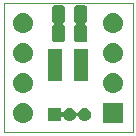
<source format=gbs>
G04 #@! TF.GenerationSoftware,KiCad,Pcbnew,5.1.2-f72e74a~84~ubuntu16.04.1*
G04 #@! TF.CreationDate,2019-06-06T18:14:26+02:00*
G04 #@! TF.ProjectId,rs232-rs485,72733233-322d-4727-9334-38352e6b6963,rev?*
G04 #@! TF.SameCoordinates,Original*
G04 #@! TF.FileFunction,Soldermask,Bot*
G04 #@! TF.FilePolarity,Negative*
%FSLAX46Y46*%
G04 Gerber Fmt 4.6, Leading zero omitted, Abs format (unit mm)*
G04 Created by KiCad (PCBNEW 5.1.2-f72e74a~84~ubuntu16.04.1) date 2019-06-06 18:14:26*
%MOMM*%
%LPD*%
G04 APERTURE LIST*
%ADD10C,0.050000*%
%ADD11C,0.100000*%
G04 APERTURE END LIST*
D10*
X125603000Y-108839000D02*
X125476000Y-108839000D01*
X125476000Y-108712000D02*
X125476000Y-108839000D01*
X125476000Y-97917000D02*
X125603000Y-97917000D01*
X136398000Y-97917000D02*
X136271000Y-97917000D01*
X136271000Y-108839000D02*
X136398000Y-108839000D01*
X136271000Y-108839000D02*
X125603000Y-108839000D01*
X136398000Y-97917000D02*
X136398000Y-108839000D01*
X125603000Y-97917000D02*
X136271000Y-97917000D01*
X125476000Y-108712000D02*
X125476000Y-97917000D01*
D11*
G36*
X135598000Y-108039000D02*
G01*
X133896000Y-108039000D01*
X133896000Y-106337000D01*
X135598000Y-106337000D01*
X135598000Y-108039000D01*
X135598000Y-108039000D01*
G37*
G36*
X127293823Y-106349313D02*
G01*
X127454242Y-106397976D01*
X127586906Y-106468886D01*
X127602078Y-106476996D01*
X127731659Y-106583341D01*
X127838004Y-106712922D01*
X127838005Y-106712924D01*
X127917024Y-106860758D01*
X127965687Y-107021177D01*
X127982117Y-107188000D01*
X127965687Y-107354823D01*
X127917024Y-107515242D01*
X127883046Y-107578810D01*
X127838004Y-107663078D01*
X127731659Y-107792659D01*
X127602078Y-107899004D01*
X127602076Y-107899005D01*
X127454242Y-107978024D01*
X127293823Y-108026687D01*
X127168804Y-108039000D01*
X127085196Y-108039000D01*
X126960177Y-108026687D01*
X126799758Y-107978024D01*
X126651924Y-107899005D01*
X126651922Y-107899004D01*
X126522341Y-107792659D01*
X126415996Y-107663078D01*
X126370954Y-107578810D01*
X126336976Y-107515242D01*
X126288313Y-107354823D01*
X126271883Y-107188000D01*
X126288313Y-107021177D01*
X126336976Y-106860758D01*
X126415995Y-106712924D01*
X126415996Y-106712922D01*
X126522341Y-106583341D01*
X126651922Y-106476996D01*
X126667094Y-106468886D01*
X126799758Y-106397976D01*
X126960177Y-106349313D01*
X127085196Y-106337000D01*
X127168804Y-106337000D01*
X127293823Y-106349313D01*
X127293823Y-106349313D01*
G37*
G36*
X130345000Y-106992265D02*
G01*
X130347402Y-107016651D01*
X130354515Y-107040100D01*
X130366066Y-107061711D01*
X130381611Y-107080653D01*
X130400553Y-107096198D01*
X130422164Y-107107749D01*
X130445613Y-107114862D01*
X130469999Y-107117264D01*
X130494385Y-107114862D01*
X130517834Y-107107749D01*
X130539445Y-107096198D01*
X130558387Y-107080653D01*
X130573932Y-107061711D01*
X130580233Y-107051198D01*
X130603644Y-107007400D01*
X130672499Y-106923499D01*
X130756400Y-106854643D01*
X130824945Y-106818005D01*
X130852121Y-106803479D01*
X130955985Y-106771973D01*
X131036933Y-106764000D01*
X131091067Y-106764000D01*
X131172015Y-106771973D01*
X131275879Y-106803479D01*
X131303055Y-106818005D01*
X131371600Y-106854643D01*
X131455501Y-106923499D01*
X131524357Y-107007400D01*
X131560995Y-107075945D01*
X131575521Y-107103121D01*
X131579388Y-107115869D01*
X131588760Y-107138496D01*
X131602374Y-107158870D01*
X131619701Y-107176197D01*
X131640075Y-107189811D01*
X131662714Y-107199188D01*
X131686747Y-107203969D01*
X131711251Y-107203969D01*
X131735285Y-107199189D01*
X131757924Y-107189812D01*
X131778298Y-107176198D01*
X131795625Y-107158871D01*
X131809239Y-107138497D01*
X131818612Y-107115869D01*
X131822479Y-107103121D01*
X131837005Y-107075945D01*
X131873643Y-107007400D01*
X131942499Y-106923499D01*
X132026400Y-106854643D01*
X132094945Y-106818005D01*
X132122121Y-106803479D01*
X132225985Y-106771973D01*
X132306933Y-106764000D01*
X132361067Y-106764000D01*
X132442015Y-106771973D01*
X132545879Y-106803479D01*
X132573055Y-106818005D01*
X132641600Y-106854643D01*
X132725501Y-106923499D01*
X132794357Y-107007400D01*
X132830995Y-107075945D01*
X132845521Y-107103121D01*
X132877027Y-107206985D01*
X132887666Y-107315000D01*
X132877027Y-107423015D01*
X132845521Y-107526879D01*
X132845191Y-107527496D01*
X132794357Y-107622600D01*
X132725501Y-107706501D01*
X132641600Y-107775357D01*
X132573055Y-107811995D01*
X132545879Y-107826521D01*
X132442015Y-107858027D01*
X132361067Y-107866000D01*
X132306933Y-107866000D01*
X132225985Y-107858027D01*
X132122121Y-107826521D01*
X132094945Y-107811995D01*
X132026400Y-107775357D01*
X131942499Y-107706501D01*
X131873643Y-107622600D01*
X131822809Y-107527496D01*
X131822479Y-107526879D01*
X131818612Y-107514131D01*
X131809240Y-107491504D01*
X131795626Y-107471130D01*
X131778299Y-107453803D01*
X131757925Y-107440189D01*
X131735286Y-107430812D01*
X131711253Y-107426031D01*
X131686749Y-107426031D01*
X131662715Y-107430811D01*
X131640076Y-107440188D01*
X131619702Y-107453802D01*
X131602375Y-107471129D01*
X131588761Y-107491503D01*
X131579388Y-107514131D01*
X131575521Y-107526879D01*
X131575191Y-107527496D01*
X131524357Y-107622600D01*
X131455501Y-107706501D01*
X131371600Y-107775357D01*
X131303055Y-107811995D01*
X131275879Y-107826521D01*
X131172015Y-107858027D01*
X131091067Y-107866000D01*
X131036933Y-107866000D01*
X130955985Y-107858027D01*
X130852121Y-107826521D01*
X130824945Y-107811995D01*
X130756400Y-107775357D01*
X130672499Y-107706501D01*
X130636863Y-107663078D01*
X130603644Y-107622600D01*
X130580236Y-107578807D01*
X130566625Y-107558437D01*
X130549298Y-107541110D01*
X130528924Y-107527496D01*
X130506285Y-107518119D01*
X130482252Y-107513338D01*
X130457748Y-107513338D01*
X130433714Y-107518118D01*
X130411076Y-107527495D01*
X130390701Y-107541109D01*
X130373374Y-107558436D01*
X130359760Y-107578810D01*
X130350383Y-107601449D01*
X130345602Y-107625482D01*
X130345000Y-107637735D01*
X130345000Y-107866000D01*
X129243000Y-107866000D01*
X129243000Y-106764000D01*
X130345000Y-106764000D01*
X130345000Y-106992265D01*
X130345000Y-106992265D01*
G37*
G36*
X127293823Y-103809313D02*
G01*
X127454242Y-103857976D01*
X127586906Y-103928886D01*
X127602078Y-103936996D01*
X127731659Y-104043341D01*
X127838004Y-104172922D01*
X127838005Y-104172924D01*
X127917024Y-104320758D01*
X127965687Y-104481177D01*
X127982117Y-104648000D01*
X127965687Y-104814823D01*
X127917024Y-104975242D01*
X127846114Y-105107906D01*
X127838004Y-105123078D01*
X127731659Y-105252659D01*
X127602078Y-105359004D01*
X127602076Y-105359005D01*
X127454242Y-105438024D01*
X127293823Y-105486687D01*
X127168804Y-105499000D01*
X127085196Y-105499000D01*
X126960177Y-105486687D01*
X126799758Y-105438024D01*
X126651924Y-105359005D01*
X126651922Y-105359004D01*
X126522341Y-105252659D01*
X126415996Y-105123078D01*
X126407886Y-105107906D01*
X126336976Y-104975242D01*
X126288313Y-104814823D01*
X126271883Y-104648000D01*
X126288313Y-104481177D01*
X126336976Y-104320758D01*
X126415995Y-104172924D01*
X126415996Y-104172922D01*
X126522341Y-104043341D01*
X126651922Y-103936996D01*
X126667094Y-103928886D01*
X126799758Y-103857976D01*
X126960177Y-103809313D01*
X127085196Y-103797000D01*
X127168804Y-103797000D01*
X127293823Y-103809313D01*
X127293823Y-103809313D01*
G37*
G36*
X134913823Y-103809313D02*
G01*
X135074242Y-103857976D01*
X135206906Y-103928886D01*
X135222078Y-103936996D01*
X135351659Y-104043341D01*
X135458004Y-104172922D01*
X135458005Y-104172924D01*
X135537024Y-104320758D01*
X135585687Y-104481177D01*
X135602117Y-104648000D01*
X135585687Y-104814823D01*
X135537024Y-104975242D01*
X135466114Y-105107906D01*
X135458004Y-105123078D01*
X135351659Y-105252659D01*
X135222078Y-105359004D01*
X135222076Y-105359005D01*
X135074242Y-105438024D01*
X134913823Y-105486687D01*
X134788804Y-105499000D01*
X134705196Y-105499000D01*
X134580177Y-105486687D01*
X134419758Y-105438024D01*
X134271924Y-105359005D01*
X134271922Y-105359004D01*
X134142341Y-105252659D01*
X134035996Y-105123078D01*
X134027886Y-105107906D01*
X133956976Y-104975242D01*
X133908313Y-104814823D01*
X133891883Y-104648000D01*
X133908313Y-104481177D01*
X133956976Y-104320758D01*
X134035995Y-104172924D01*
X134035996Y-104172922D01*
X134142341Y-104043341D01*
X134271922Y-103936996D01*
X134287094Y-103928886D01*
X134419758Y-103857976D01*
X134580177Y-103809313D01*
X134705196Y-103797000D01*
X134788804Y-103797000D01*
X134913823Y-103809313D01*
X134913823Y-103809313D01*
G37*
G36*
X130418000Y-104450000D02*
G01*
X129256000Y-104450000D01*
X129256000Y-101798000D01*
X130418000Y-101798000D01*
X130418000Y-104450000D01*
X130418000Y-104450000D01*
G37*
G36*
X132618000Y-104450000D02*
G01*
X131456000Y-104450000D01*
X131456000Y-101798000D01*
X132618000Y-101798000D01*
X132618000Y-104450000D01*
X132618000Y-104450000D01*
G37*
G36*
X127293823Y-101269313D02*
G01*
X127454242Y-101317976D01*
X127586906Y-101388886D01*
X127602078Y-101396996D01*
X127731659Y-101503341D01*
X127838004Y-101632922D01*
X127838005Y-101632924D01*
X127917024Y-101780758D01*
X127965687Y-101941177D01*
X127982117Y-102108000D01*
X127965687Y-102274823D01*
X127917024Y-102435242D01*
X127846114Y-102567906D01*
X127838004Y-102583078D01*
X127731659Y-102712659D01*
X127602078Y-102819004D01*
X127602076Y-102819005D01*
X127454242Y-102898024D01*
X127293823Y-102946687D01*
X127168804Y-102959000D01*
X127085196Y-102959000D01*
X126960177Y-102946687D01*
X126799758Y-102898024D01*
X126651924Y-102819005D01*
X126651922Y-102819004D01*
X126522341Y-102712659D01*
X126415996Y-102583078D01*
X126407886Y-102567906D01*
X126336976Y-102435242D01*
X126288313Y-102274823D01*
X126271883Y-102108000D01*
X126288313Y-101941177D01*
X126336976Y-101780758D01*
X126415995Y-101632924D01*
X126415996Y-101632922D01*
X126522341Y-101503341D01*
X126651922Y-101396996D01*
X126667094Y-101388886D01*
X126799758Y-101317976D01*
X126960177Y-101269313D01*
X127085196Y-101257000D01*
X127168804Y-101257000D01*
X127293823Y-101269313D01*
X127293823Y-101269313D01*
G37*
G36*
X134913823Y-101269313D02*
G01*
X135074242Y-101317976D01*
X135206906Y-101388886D01*
X135222078Y-101396996D01*
X135351659Y-101503341D01*
X135458004Y-101632922D01*
X135458005Y-101632924D01*
X135537024Y-101780758D01*
X135585687Y-101941177D01*
X135602117Y-102108000D01*
X135585687Y-102274823D01*
X135537024Y-102435242D01*
X135466114Y-102567906D01*
X135458004Y-102583078D01*
X135351659Y-102712659D01*
X135222078Y-102819004D01*
X135222076Y-102819005D01*
X135074242Y-102898024D01*
X134913823Y-102946687D01*
X134788804Y-102959000D01*
X134705196Y-102959000D01*
X134580177Y-102946687D01*
X134419758Y-102898024D01*
X134271924Y-102819005D01*
X134271922Y-102819004D01*
X134142341Y-102712659D01*
X134035996Y-102583078D01*
X134027886Y-102567906D01*
X133956976Y-102435242D01*
X133908313Y-102274823D01*
X133891883Y-102108000D01*
X133908313Y-101941177D01*
X133956976Y-101780758D01*
X134035995Y-101632924D01*
X134035996Y-101632922D01*
X134142341Y-101503341D01*
X134271922Y-101396996D01*
X134287094Y-101388886D01*
X134419758Y-101317976D01*
X134580177Y-101269313D01*
X134705196Y-101257000D01*
X134788804Y-101257000D01*
X134913823Y-101269313D01*
X134913823Y-101269313D01*
G37*
G36*
X130498468Y-98059565D02*
G01*
X130537138Y-98071296D01*
X130572777Y-98090346D01*
X130604017Y-98115983D01*
X130629654Y-98147223D01*
X130648704Y-98182862D01*
X130660435Y-98221532D01*
X130665000Y-98267888D01*
X130665000Y-99344112D01*
X130660435Y-99390468D01*
X130648704Y-99429138D01*
X130629654Y-99464777D01*
X130604017Y-99496017D01*
X130572135Y-99522181D01*
X130553137Y-99534875D01*
X130535811Y-99552203D01*
X130522197Y-99572577D01*
X130512820Y-99595216D01*
X130508040Y-99619249D01*
X130508040Y-99643753D01*
X130512821Y-99667787D01*
X130522198Y-99690425D01*
X130535812Y-99710800D01*
X130553140Y-99728126D01*
X130572135Y-99740819D01*
X130604017Y-99766983D01*
X130629654Y-99798223D01*
X130648704Y-99833862D01*
X130660435Y-99872532D01*
X130665000Y-99918888D01*
X130665000Y-100995112D01*
X130660435Y-101041468D01*
X130648704Y-101080138D01*
X130629654Y-101115777D01*
X130604017Y-101147017D01*
X130572777Y-101172654D01*
X130537138Y-101191704D01*
X130498468Y-101203435D01*
X130452112Y-101208000D01*
X129800888Y-101208000D01*
X129754532Y-101203435D01*
X129715862Y-101191704D01*
X129680223Y-101172654D01*
X129648983Y-101147017D01*
X129623346Y-101115777D01*
X129604296Y-101080138D01*
X129592565Y-101041468D01*
X129588000Y-100995112D01*
X129588000Y-99918888D01*
X129592565Y-99872532D01*
X129604296Y-99833862D01*
X129623346Y-99798223D01*
X129648983Y-99766983D01*
X129680865Y-99740819D01*
X129699863Y-99728125D01*
X129717189Y-99710797D01*
X129730803Y-99690423D01*
X129740180Y-99667784D01*
X129744960Y-99643751D01*
X129744960Y-99619247D01*
X129740179Y-99595213D01*
X129730802Y-99572575D01*
X129717188Y-99552200D01*
X129699860Y-99534874D01*
X129680865Y-99522181D01*
X129648983Y-99496017D01*
X129623346Y-99464777D01*
X129604296Y-99429138D01*
X129592565Y-99390468D01*
X129588000Y-99344112D01*
X129588000Y-98267888D01*
X129592565Y-98221532D01*
X129604296Y-98182862D01*
X129623346Y-98147223D01*
X129648983Y-98115983D01*
X129680223Y-98090346D01*
X129715862Y-98071296D01*
X129754532Y-98059565D01*
X129800888Y-98055000D01*
X130452112Y-98055000D01*
X130498468Y-98059565D01*
X130498468Y-98059565D01*
G37*
G36*
X132373468Y-98059565D02*
G01*
X132412138Y-98071296D01*
X132447777Y-98090346D01*
X132479017Y-98115983D01*
X132504654Y-98147223D01*
X132523704Y-98182862D01*
X132535435Y-98221532D01*
X132540000Y-98267888D01*
X132540000Y-99344112D01*
X132535435Y-99390468D01*
X132523704Y-99429138D01*
X132504654Y-99464777D01*
X132479017Y-99496017D01*
X132447135Y-99522181D01*
X132428137Y-99534875D01*
X132410811Y-99552203D01*
X132397197Y-99572577D01*
X132387820Y-99595216D01*
X132383040Y-99619249D01*
X132383040Y-99643753D01*
X132387821Y-99667787D01*
X132397198Y-99690425D01*
X132410812Y-99710800D01*
X132428140Y-99728126D01*
X132447135Y-99740819D01*
X132479017Y-99766983D01*
X132504654Y-99798223D01*
X132523704Y-99833862D01*
X132535435Y-99872532D01*
X132540000Y-99918888D01*
X132540000Y-100995112D01*
X132535435Y-101041468D01*
X132523704Y-101080138D01*
X132504654Y-101115777D01*
X132479017Y-101147017D01*
X132447777Y-101172654D01*
X132412138Y-101191704D01*
X132373468Y-101203435D01*
X132327112Y-101208000D01*
X131675888Y-101208000D01*
X131629532Y-101203435D01*
X131590862Y-101191704D01*
X131555223Y-101172654D01*
X131523983Y-101147017D01*
X131498346Y-101115777D01*
X131479296Y-101080138D01*
X131467565Y-101041468D01*
X131463000Y-100995112D01*
X131463000Y-99918888D01*
X131467565Y-99872532D01*
X131479296Y-99833862D01*
X131498346Y-99798223D01*
X131523983Y-99766983D01*
X131555865Y-99740819D01*
X131574863Y-99728125D01*
X131592189Y-99710797D01*
X131605803Y-99690423D01*
X131615180Y-99667784D01*
X131619960Y-99643751D01*
X131619960Y-99619247D01*
X131615179Y-99595213D01*
X131605802Y-99572575D01*
X131592188Y-99552200D01*
X131574860Y-99534874D01*
X131555865Y-99522181D01*
X131523983Y-99496017D01*
X131498346Y-99464777D01*
X131479296Y-99429138D01*
X131467565Y-99390468D01*
X131463000Y-99344112D01*
X131463000Y-98267888D01*
X131467565Y-98221532D01*
X131479296Y-98182862D01*
X131498346Y-98147223D01*
X131523983Y-98115983D01*
X131555223Y-98090346D01*
X131590862Y-98071296D01*
X131629532Y-98059565D01*
X131675888Y-98055000D01*
X132327112Y-98055000D01*
X132373468Y-98059565D01*
X132373468Y-98059565D01*
G37*
G36*
X134913823Y-98729313D02*
G01*
X135074242Y-98777976D01*
X135206906Y-98848886D01*
X135222078Y-98856996D01*
X135351659Y-98963341D01*
X135458004Y-99092922D01*
X135458005Y-99092924D01*
X135537024Y-99240758D01*
X135585687Y-99401177D01*
X135602117Y-99568000D01*
X135585687Y-99734823D01*
X135537024Y-99895242D01*
X135494259Y-99975250D01*
X135458004Y-100043078D01*
X135351659Y-100172659D01*
X135222078Y-100279004D01*
X135222076Y-100279005D01*
X135074242Y-100358024D01*
X134913823Y-100406687D01*
X134788804Y-100419000D01*
X134705196Y-100419000D01*
X134580177Y-100406687D01*
X134419758Y-100358024D01*
X134271924Y-100279005D01*
X134271922Y-100279004D01*
X134142341Y-100172659D01*
X134035996Y-100043078D01*
X133999741Y-99975250D01*
X133956976Y-99895242D01*
X133908313Y-99734823D01*
X133891883Y-99568000D01*
X133908313Y-99401177D01*
X133956976Y-99240758D01*
X134035995Y-99092924D01*
X134035996Y-99092922D01*
X134142341Y-98963341D01*
X134271922Y-98856996D01*
X134287094Y-98848886D01*
X134419758Y-98777976D01*
X134580177Y-98729313D01*
X134705196Y-98717000D01*
X134788804Y-98717000D01*
X134913823Y-98729313D01*
X134913823Y-98729313D01*
G37*
G36*
X127293823Y-98729313D02*
G01*
X127454242Y-98777976D01*
X127586906Y-98848886D01*
X127602078Y-98856996D01*
X127731659Y-98963341D01*
X127838004Y-99092922D01*
X127838005Y-99092924D01*
X127917024Y-99240758D01*
X127965687Y-99401177D01*
X127982117Y-99568000D01*
X127965687Y-99734823D01*
X127917024Y-99895242D01*
X127874259Y-99975250D01*
X127838004Y-100043078D01*
X127731659Y-100172659D01*
X127602078Y-100279004D01*
X127602076Y-100279005D01*
X127454242Y-100358024D01*
X127293823Y-100406687D01*
X127168804Y-100419000D01*
X127085196Y-100419000D01*
X126960177Y-100406687D01*
X126799758Y-100358024D01*
X126651924Y-100279005D01*
X126651922Y-100279004D01*
X126522341Y-100172659D01*
X126415996Y-100043078D01*
X126379741Y-99975250D01*
X126336976Y-99895242D01*
X126288313Y-99734823D01*
X126271883Y-99568000D01*
X126288313Y-99401177D01*
X126336976Y-99240758D01*
X126415995Y-99092924D01*
X126415996Y-99092922D01*
X126522341Y-98963341D01*
X126651922Y-98856996D01*
X126667094Y-98848886D01*
X126799758Y-98777976D01*
X126960177Y-98729313D01*
X127085196Y-98717000D01*
X127168804Y-98717000D01*
X127293823Y-98729313D01*
X127293823Y-98729313D01*
G37*
M02*

</source>
